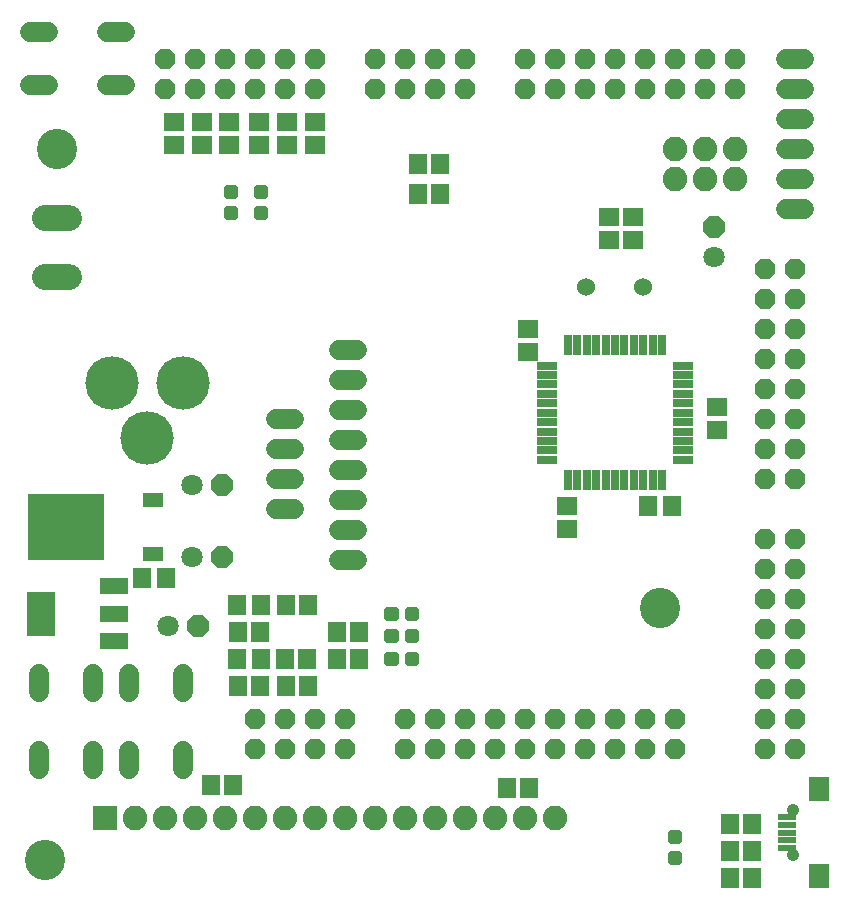
<source format=gts>
G75*
%MOIN*%
%OFA0B0*%
%FSLAX25Y25*%
%IPPOS*%
%LPD*%
%AMOC8*
5,1,8,0,0,1.08239X$1,22.5*
%
%ADD10C,0.13400*%
%ADD11R,0.07099X0.05918*%
%ADD12C,0.06000*%
%ADD13C,0.06800*%
%ADD14R,0.05918X0.07099*%
%ADD15OC8,0.07100*%
%ADD16C,0.07100*%
%ADD17R,0.08200X0.08200*%
%ADD18C,0.08200*%
%ADD19R,0.07099X0.04737*%
%ADD20R,0.25209X0.22060*%
%ADD21C,0.17800*%
%ADD22R,0.09600X0.05600*%
%ADD23R,0.09461X0.14973*%
%ADD24C,0.01990*%
%ADD25OC8,0.06800*%
%ADD26R,0.06600X0.02800*%
%ADD27R,0.02800X0.06600*%
%ADD28C,0.08600*%
%ADD29R,0.06693X0.07874*%
%ADD30R,0.06312X0.02375*%
%ADD31C,0.04146*%
D10*
X0013500Y0126200D03*
X0017500Y0363200D03*
X0218500Y0210200D03*
D11*
X0187500Y0236263D03*
X0187500Y0244137D03*
X0174500Y0295263D03*
X0174500Y0303137D03*
X0201500Y0332700D03*
X0201500Y0340574D03*
X0209500Y0340574D03*
X0209500Y0332700D03*
X0237500Y0277137D03*
X0237500Y0269263D03*
X0103500Y0364460D03*
X0103500Y0371940D03*
X0094264Y0372137D03*
X0094264Y0364263D03*
X0085028Y0364460D03*
X0085028Y0371940D03*
X0074972Y0371940D03*
X0074972Y0364460D03*
X0065736Y0364263D03*
X0065736Y0372137D03*
X0056500Y0371940D03*
X0056500Y0364460D03*
D12*
X0194000Y0317200D03*
X0213000Y0317200D03*
D13*
X0260500Y0343200D02*
X0266500Y0343200D01*
X0266500Y0353200D02*
X0260500Y0353200D01*
X0260500Y0363200D02*
X0266500Y0363200D01*
X0266500Y0373200D02*
X0260500Y0373200D01*
X0260500Y0383200D02*
X0266500Y0383200D01*
X0266500Y0393200D02*
X0260500Y0393200D01*
X0117500Y0296200D02*
X0111500Y0296200D01*
X0111500Y0286200D02*
X0117500Y0286200D01*
X0117500Y0276200D02*
X0111500Y0276200D01*
X0111500Y0266200D02*
X0117500Y0266200D01*
X0117500Y0256200D02*
X0111500Y0256200D01*
X0111500Y0246200D02*
X0117500Y0246200D01*
X0117500Y0236200D02*
X0111500Y0236200D01*
X0111500Y0226200D02*
X0117500Y0226200D01*
X0096500Y0243200D02*
X0090500Y0243200D01*
X0090500Y0253200D02*
X0096500Y0253200D01*
X0096500Y0263200D02*
X0090500Y0263200D01*
X0090500Y0273200D02*
X0096500Y0273200D01*
X0059400Y0188000D02*
X0059400Y0182000D01*
X0041600Y0182000D02*
X0041600Y0188000D01*
X0029400Y0188000D02*
X0029400Y0182000D01*
X0029400Y0162400D02*
X0029400Y0156400D01*
X0041600Y0156400D02*
X0041600Y0162400D01*
X0059400Y0162400D02*
X0059400Y0156400D01*
X0011600Y0156400D02*
X0011600Y0162400D01*
X0011600Y0182000D02*
X0011600Y0188000D01*
X0008700Y0384300D02*
X0014700Y0384300D01*
X0014700Y0402100D02*
X0008700Y0402100D01*
X0034300Y0402100D02*
X0040300Y0402100D01*
X0040300Y0384300D02*
X0034300Y0384300D01*
D14*
X0137760Y0358200D03*
X0145240Y0358200D03*
X0145240Y0348200D03*
X0137760Y0348200D03*
X0214563Y0244200D03*
X0222437Y0244200D03*
X0175000Y0150200D03*
X0167520Y0150200D03*
X0118240Y0193200D03*
X0110760Y0193200D03*
X0110760Y0202200D03*
X0118240Y0202200D03*
X0101240Y0211200D03*
X0093760Y0211200D03*
X0085437Y0211200D03*
X0077563Y0211200D03*
X0077760Y0202200D03*
X0085240Y0202200D03*
X0085437Y0193200D03*
X0077563Y0193200D03*
X0077760Y0184200D03*
X0085240Y0184200D03*
X0093760Y0184200D03*
X0101240Y0184200D03*
X0101054Y0193200D03*
X0093574Y0193200D03*
X0076240Y0151200D03*
X0068760Y0151200D03*
X0053874Y0220200D03*
X0046000Y0220200D03*
X0241760Y0138200D03*
X0241760Y0129200D03*
X0241760Y0120200D03*
X0249240Y0120200D03*
X0249240Y0129200D03*
X0249240Y0138200D03*
D15*
X0236500Y0337200D03*
X0072500Y0251200D03*
X0072500Y0227200D03*
X0064500Y0204200D03*
D16*
X0054500Y0204200D03*
X0062500Y0227200D03*
X0062500Y0251200D03*
X0236500Y0327200D03*
D17*
X0033516Y0140224D03*
D18*
X0043516Y0140224D03*
X0053516Y0140224D03*
X0063516Y0140224D03*
X0073516Y0140224D03*
X0083516Y0140224D03*
X0093516Y0140224D03*
X0103516Y0140224D03*
X0113516Y0140224D03*
X0123516Y0140224D03*
X0133516Y0140224D03*
X0143516Y0140224D03*
X0153516Y0140224D03*
X0163516Y0140224D03*
X0173516Y0140224D03*
X0183516Y0140224D03*
X0223500Y0353200D03*
X0223500Y0363200D03*
X0233500Y0363200D03*
X0233500Y0353200D03*
X0243500Y0353200D03*
X0243500Y0363200D03*
D19*
X0049398Y0246176D03*
X0049398Y0228224D03*
D20*
X0020657Y0237200D03*
D21*
X0047626Y0266696D03*
X0059437Y0285200D03*
X0035815Y0285200D03*
D22*
X0036700Y0217300D03*
X0036700Y0208200D03*
X0036700Y0199100D03*
D23*
X0012299Y0208200D03*
D24*
X0074127Y0340374D02*
X0076873Y0340374D01*
X0074127Y0340374D02*
X0074127Y0343120D01*
X0076873Y0343120D01*
X0076873Y0340374D01*
X0076873Y0342264D02*
X0074127Y0342264D01*
X0074127Y0347280D02*
X0076873Y0347280D01*
X0074127Y0347280D02*
X0074127Y0350026D01*
X0076873Y0350026D01*
X0076873Y0347280D01*
X0076873Y0349170D02*
X0074127Y0349170D01*
X0084127Y0347280D02*
X0086873Y0347280D01*
X0084127Y0347280D02*
X0084127Y0350026D01*
X0086873Y0350026D01*
X0086873Y0347280D01*
X0086873Y0349170D02*
X0084127Y0349170D01*
X0084127Y0340374D02*
X0086873Y0340374D01*
X0084127Y0340374D02*
X0084127Y0343120D01*
X0086873Y0343120D01*
X0086873Y0340374D01*
X0086873Y0342264D02*
X0084127Y0342264D01*
X0130420Y0209573D02*
X0130420Y0206827D01*
X0127674Y0206827D01*
X0127674Y0209573D01*
X0130420Y0209573D01*
X0130420Y0208717D02*
X0127674Y0208717D01*
X0130420Y0202073D02*
X0130420Y0199327D01*
X0127674Y0199327D01*
X0127674Y0202073D01*
X0130420Y0202073D01*
X0130420Y0201217D02*
X0127674Y0201217D01*
X0130420Y0194573D02*
X0130420Y0191827D01*
X0127674Y0191827D01*
X0127674Y0194573D01*
X0130420Y0194573D01*
X0130420Y0193717D02*
X0127674Y0193717D01*
X0137326Y0194573D02*
X0137326Y0191827D01*
X0134580Y0191827D01*
X0134580Y0194573D01*
X0137326Y0194573D01*
X0137326Y0193717D02*
X0134580Y0193717D01*
X0137326Y0199327D02*
X0137326Y0202073D01*
X0137326Y0199327D02*
X0134580Y0199327D01*
X0134580Y0202073D01*
X0137326Y0202073D01*
X0137326Y0201217D02*
X0134580Y0201217D01*
X0137326Y0206827D02*
X0137326Y0209573D01*
X0137326Y0206827D02*
X0134580Y0206827D01*
X0134580Y0209573D01*
X0137326Y0209573D01*
X0137326Y0208717D02*
X0134580Y0208717D01*
X0222127Y0135026D02*
X0224873Y0135026D01*
X0224873Y0132280D01*
X0222127Y0132280D01*
X0222127Y0135026D01*
X0222127Y0134170D02*
X0224873Y0134170D01*
X0224873Y0128120D02*
X0222127Y0128120D01*
X0224873Y0128120D02*
X0224873Y0125374D01*
X0222127Y0125374D01*
X0222127Y0128120D01*
X0222127Y0127264D02*
X0224873Y0127264D01*
D25*
X0223500Y0163200D03*
X0223500Y0173200D03*
X0213500Y0173200D03*
X0213500Y0163200D03*
X0203500Y0163200D03*
X0203500Y0173200D03*
X0193500Y0173200D03*
X0193500Y0163200D03*
X0183500Y0163200D03*
X0183500Y0173200D03*
X0173500Y0173200D03*
X0173500Y0163200D03*
X0163500Y0163200D03*
X0163500Y0173200D03*
X0153500Y0173200D03*
X0153500Y0163200D03*
X0143500Y0163200D03*
X0143500Y0173200D03*
X0133500Y0173200D03*
X0133500Y0163200D03*
X0113500Y0163200D03*
X0113500Y0173200D03*
X0103500Y0173200D03*
X0103500Y0163200D03*
X0093500Y0163200D03*
X0093500Y0173200D03*
X0083500Y0173200D03*
X0083500Y0163200D03*
X0253500Y0163200D03*
X0253500Y0173200D03*
X0253500Y0183200D03*
X0253500Y0193200D03*
X0253500Y0203200D03*
X0253500Y0213200D03*
X0253500Y0223200D03*
X0253500Y0233200D03*
X0263500Y0233200D03*
X0263500Y0223200D03*
X0263500Y0213200D03*
X0263500Y0203200D03*
X0263500Y0193200D03*
X0263500Y0183200D03*
X0263500Y0173200D03*
X0263500Y0163200D03*
X0263500Y0253200D03*
X0263500Y0263200D03*
X0263500Y0273200D03*
X0263500Y0283200D03*
X0263500Y0293200D03*
X0263500Y0303200D03*
X0263500Y0313200D03*
X0263500Y0323200D03*
X0253500Y0323200D03*
X0253500Y0313200D03*
X0253500Y0303200D03*
X0253500Y0293200D03*
X0253500Y0283200D03*
X0253500Y0273200D03*
X0253500Y0263200D03*
X0253500Y0253200D03*
X0243500Y0383200D03*
X0243500Y0393200D03*
X0233500Y0393200D03*
X0233500Y0383200D03*
X0223500Y0383200D03*
X0223500Y0393200D03*
X0213500Y0393200D03*
X0213500Y0383200D03*
X0203500Y0383200D03*
X0203500Y0393200D03*
X0193500Y0393200D03*
X0193500Y0383200D03*
X0183500Y0383200D03*
X0183500Y0393200D03*
X0173500Y0393200D03*
X0173500Y0383200D03*
X0153500Y0383200D03*
X0153500Y0393200D03*
X0143500Y0393200D03*
X0143500Y0383200D03*
X0133500Y0383200D03*
X0133500Y0393200D03*
X0123500Y0393200D03*
X0123500Y0383200D03*
X0103500Y0383200D03*
X0103500Y0393200D03*
X0093500Y0393200D03*
X0093500Y0383200D03*
X0083500Y0383200D03*
X0083500Y0393200D03*
X0073500Y0393200D03*
X0073500Y0383200D03*
X0063500Y0383200D03*
X0063500Y0393200D03*
X0053500Y0393200D03*
X0053500Y0383200D03*
D26*
X0180900Y0290900D03*
X0180900Y0287800D03*
X0180900Y0284600D03*
X0180900Y0281500D03*
X0180900Y0278300D03*
X0180900Y0275200D03*
X0180900Y0272100D03*
X0180900Y0268900D03*
X0180900Y0265800D03*
X0180900Y0262600D03*
X0180900Y0259500D03*
X0226100Y0259500D03*
X0226100Y0262600D03*
X0226100Y0265800D03*
X0226100Y0268900D03*
X0226100Y0272100D03*
X0226100Y0275200D03*
X0226100Y0278300D03*
X0226100Y0281500D03*
X0226100Y0284600D03*
X0226100Y0287800D03*
X0226100Y0290900D03*
D27*
X0219200Y0297800D03*
X0216100Y0297800D03*
X0212900Y0297800D03*
X0209800Y0297800D03*
X0206600Y0297800D03*
X0203500Y0297800D03*
X0200400Y0297800D03*
X0197200Y0297800D03*
X0194100Y0297800D03*
X0190900Y0297800D03*
X0187800Y0297800D03*
X0187800Y0252600D03*
X0190900Y0252600D03*
X0194100Y0252600D03*
X0197200Y0252600D03*
X0200400Y0252600D03*
X0203500Y0252600D03*
X0206600Y0252600D03*
X0209800Y0252600D03*
X0212900Y0252600D03*
X0216100Y0252600D03*
X0219200Y0252600D03*
D28*
X0021400Y0320300D02*
X0013600Y0320300D01*
X0013600Y0340100D02*
X0021400Y0340100D01*
D29*
X0271500Y0149704D03*
X0271500Y0120696D03*
D30*
X0260870Y0130082D03*
X0260870Y0132641D03*
X0260870Y0135200D03*
X0260870Y0137759D03*
X0260870Y0140318D03*
D31*
X0262839Y0142680D03*
X0262839Y0127720D03*
M02*

</source>
